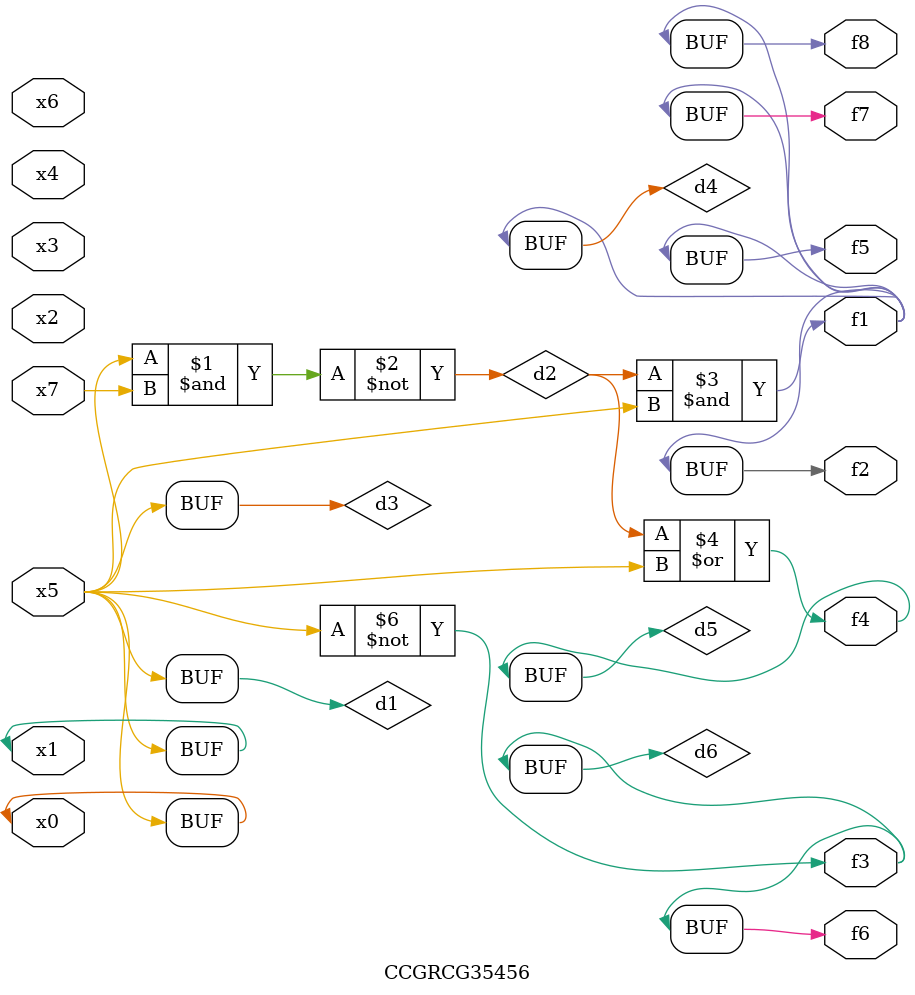
<source format=v>
module CCGRCG35456(
	input x0, x1, x2, x3, x4, x5, x6, x7,
	output f1, f2, f3, f4, f5, f6, f7, f8
);

	wire d1, d2, d3, d4, d5, d6;

	buf (d1, x0, x5);
	nand (d2, x5, x7);
	buf (d3, x0, x1);
	and (d4, d2, d3);
	or (d5, d2, d3);
	nor (d6, d1, d3);
	assign f1 = d4;
	assign f2 = d4;
	assign f3 = d6;
	assign f4 = d5;
	assign f5 = d4;
	assign f6 = d6;
	assign f7 = d4;
	assign f8 = d4;
endmodule

</source>
